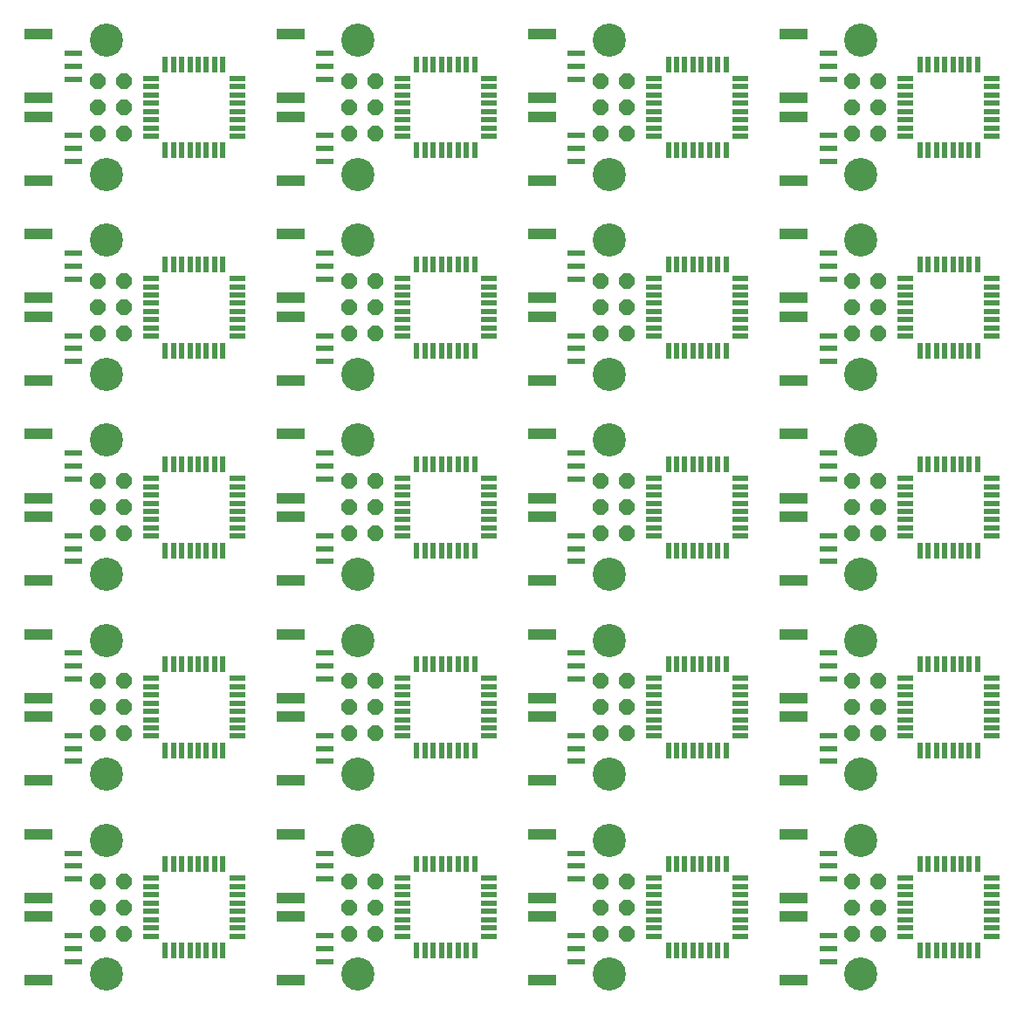
<source format=gbr>
G04 EAGLE Gerber RS-274X export*
G75*
%MOMM*%
%FSLAX34Y34*%
%LPD*%
%INSoldermask Bottom*%
%IPPOS*%
%AMOC8*
5,1,8,0,0,1.08239X$1,22.5*%
G01*
%ADD10R,1.700000X0.600000*%
%ADD11R,2.800000X1.000000*%
%ADD12P,1.649562X8X112.500000*%
%ADD13R,1.599800X0.547100*%
%ADD14R,0.547100X1.599800*%
%ADD15C,3.216000*%


D10*
X60000Y44500D03*
X60000Y57000D03*
D11*
X26500Y88000D03*
X26500Y26000D03*
D10*
X60000Y69500D03*
X60000Y124500D03*
X60000Y137000D03*
D11*
X26500Y168000D03*
X26500Y106000D03*
D10*
X60000Y149500D03*
D12*
X83300Y71600D03*
X108700Y71600D03*
X83300Y97000D03*
X108700Y97000D03*
X83300Y122400D03*
X108700Y122400D03*
D13*
X218813Y125000D03*
X218813Y117000D03*
X218813Y109000D03*
X218813Y101000D03*
X218813Y93000D03*
X218813Y85000D03*
X218813Y77000D03*
X218813Y69000D03*
D14*
X205000Y55187D03*
X197000Y55187D03*
X189000Y55187D03*
X181000Y55187D03*
X173000Y55187D03*
X165000Y55187D03*
X157000Y55187D03*
X149000Y55187D03*
D13*
X135187Y69000D03*
X135187Y77000D03*
X135187Y85000D03*
X135187Y93000D03*
X135187Y101000D03*
X135187Y109000D03*
X135187Y117000D03*
X135187Y125000D03*
D14*
X149000Y138813D03*
X157000Y138813D03*
X165000Y138813D03*
X173000Y138813D03*
X181000Y138813D03*
X189000Y138813D03*
X197000Y138813D03*
X205000Y138813D03*
D10*
X304000Y44500D03*
X304000Y57000D03*
D11*
X270500Y88000D03*
X270500Y26000D03*
D10*
X304000Y69500D03*
X304000Y124500D03*
X304000Y137000D03*
D11*
X270500Y168000D03*
X270500Y106000D03*
D10*
X304000Y149500D03*
D12*
X327300Y71600D03*
X352700Y71600D03*
X327300Y97000D03*
X352700Y97000D03*
X327300Y122400D03*
X352700Y122400D03*
D13*
X462813Y125000D03*
X462813Y117000D03*
X462813Y109000D03*
X462813Y101000D03*
X462813Y93000D03*
X462813Y85000D03*
X462813Y77000D03*
X462813Y69000D03*
D14*
X449000Y55187D03*
X441000Y55187D03*
X433000Y55187D03*
X425000Y55187D03*
X417000Y55187D03*
X409000Y55187D03*
X401000Y55187D03*
X393000Y55187D03*
D13*
X379187Y69000D03*
X379187Y77000D03*
X379187Y85000D03*
X379187Y93000D03*
X379187Y101000D03*
X379187Y109000D03*
X379187Y117000D03*
X379187Y125000D03*
D14*
X393000Y138813D03*
X401000Y138813D03*
X409000Y138813D03*
X417000Y138813D03*
X425000Y138813D03*
X433000Y138813D03*
X441000Y138813D03*
X449000Y138813D03*
D10*
X548000Y44500D03*
X548000Y57000D03*
D11*
X514500Y88000D03*
X514500Y26000D03*
D10*
X548000Y69500D03*
X548000Y124500D03*
X548000Y137000D03*
D11*
X514500Y168000D03*
X514500Y106000D03*
D10*
X548000Y149500D03*
D12*
X571300Y71600D03*
X596700Y71600D03*
X571300Y97000D03*
X596700Y97000D03*
X571300Y122400D03*
X596700Y122400D03*
D13*
X706813Y125000D03*
X706813Y117000D03*
X706813Y109000D03*
X706813Y101000D03*
X706813Y93000D03*
X706813Y85000D03*
X706813Y77000D03*
X706813Y69000D03*
D14*
X693000Y55187D03*
X685000Y55187D03*
X677000Y55187D03*
X669000Y55187D03*
X661000Y55187D03*
X653000Y55187D03*
X645000Y55187D03*
X637000Y55187D03*
D13*
X623187Y69000D03*
X623187Y77000D03*
X623187Y85000D03*
X623187Y93000D03*
X623187Y101000D03*
X623187Y109000D03*
X623187Y117000D03*
X623187Y125000D03*
D14*
X637000Y138813D03*
X645000Y138813D03*
X653000Y138813D03*
X661000Y138813D03*
X669000Y138813D03*
X677000Y138813D03*
X685000Y138813D03*
X693000Y138813D03*
D10*
X792000Y44500D03*
X792000Y57000D03*
D11*
X758500Y88000D03*
X758500Y26000D03*
D10*
X792000Y69500D03*
X792000Y124500D03*
X792000Y137000D03*
D11*
X758500Y168000D03*
X758500Y106000D03*
D10*
X792000Y149500D03*
D12*
X815300Y71600D03*
X840700Y71600D03*
X815300Y97000D03*
X840700Y97000D03*
X815300Y122400D03*
X840700Y122400D03*
D13*
X950813Y125000D03*
X950813Y117000D03*
X950813Y109000D03*
X950813Y101000D03*
X950813Y93000D03*
X950813Y85000D03*
X950813Y77000D03*
X950813Y69000D03*
D14*
X937000Y55187D03*
X929000Y55187D03*
X921000Y55187D03*
X913000Y55187D03*
X905000Y55187D03*
X897000Y55187D03*
X889000Y55187D03*
X881000Y55187D03*
D13*
X867187Y69000D03*
X867187Y77000D03*
X867187Y85000D03*
X867187Y93000D03*
X867187Y101000D03*
X867187Y109000D03*
X867187Y117000D03*
X867187Y125000D03*
D14*
X881000Y138813D03*
X889000Y138813D03*
X897000Y138813D03*
X905000Y138813D03*
X913000Y138813D03*
X921000Y138813D03*
X929000Y138813D03*
X937000Y138813D03*
D10*
X60000Y238500D03*
X60000Y251000D03*
D11*
X26500Y282000D03*
X26500Y220000D03*
D10*
X60000Y263500D03*
X60000Y318500D03*
X60000Y331000D03*
D11*
X26500Y362000D03*
X26500Y300000D03*
D10*
X60000Y343500D03*
D12*
X83300Y265600D03*
X108700Y265600D03*
X83300Y291000D03*
X108700Y291000D03*
X83300Y316400D03*
X108700Y316400D03*
D13*
X218813Y319000D03*
X218813Y311000D03*
X218813Y303000D03*
X218813Y295000D03*
X218813Y287000D03*
X218813Y279000D03*
X218813Y271000D03*
X218813Y263000D03*
D14*
X205000Y249187D03*
X197000Y249187D03*
X189000Y249187D03*
X181000Y249187D03*
X173000Y249187D03*
X165000Y249187D03*
X157000Y249187D03*
X149000Y249187D03*
D13*
X135187Y263000D03*
X135187Y271000D03*
X135187Y279000D03*
X135187Y287000D03*
X135187Y295000D03*
X135187Y303000D03*
X135187Y311000D03*
X135187Y319000D03*
D14*
X149000Y332813D03*
X157000Y332813D03*
X165000Y332813D03*
X173000Y332813D03*
X181000Y332813D03*
X189000Y332813D03*
X197000Y332813D03*
X205000Y332813D03*
D10*
X304000Y238500D03*
X304000Y251000D03*
D11*
X270500Y282000D03*
X270500Y220000D03*
D10*
X304000Y263500D03*
X304000Y318500D03*
X304000Y331000D03*
D11*
X270500Y362000D03*
X270500Y300000D03*
D10*
X304000Y343500D03*
D12*
X327300Y265600D03*
X352700Y265600D03*
X327300Y291000D03*
X352700Y291000D03*
X327300Y316400D03*
X352700Y316400D03*
D13*
X462813Y319000D03*
X462813Y311000D03*
X462813Y303000D03*
X462813Y295000D03*
X462813Y287000D03*
X462813Y279000D03*
X462813Y271000D03*
X462813Y263000D03*
D14*
X449000Y249187D03*
X441000Y249187D03*
X433000Y249187D03*
X425000Y249187D03*
X417000Y249187D03*
X409000Y249187D03*
X401000Y249187D03*
X393000Y249187D03*
D13*
X379187Y263000D03*
X379187Y271000D03*
X379187Y279000D03*
X379187Y287000D03*
X379187Y295000D03*
X379187Y303000D03*
X379187Y311000D03*
X379187Y319000D03*
D14*
X393000Y332813D03*
X401000Y332813D03*
X409000Y332813D03*
X417000Y332813D03*
X425000Y332813D03*
X433000Y332813D03*
X441000Y332813D03*
X449000Y332813D03*
D10*
X548000Y238500D03*
X548000Y251000D03*
D11*
X514500Y282000D03*
X514500Y220000D03*
D10*
X548000Y263500D03*
X548000Y318500D03*
X548000Y331000D03*
D11*
X514500Y362000D03*
X514500Y300000D03*
D10*
X548000Y343500D03*
D12*
X571300Y265600D03*
X596700Y265600D03*
X571300Y291000D03*
X596700Y291000D03*
X571300Y316400D03*
X596700Y316400D03*
D13*
X706813Y319000D03*
X706813Y311000D03*
X706813Y303000D03*
X706813Y295000D03*
X706813Y287000D03*
X706813Y279000D03*
X706813Y271000D03*
X706813Y263000D03*
D14*
X693000Y249187D03*
X685000Y249187D03*
X677000Y249187D03*
X669000Y249187D03*
X661000Y249187D03*
X653000Y249187D03*
X645000Y249187D03*
X637000Y249187D03*
D13*
X623187Y263000D03*
X623187Y271000D03*
X623187Y279000D03*
X623187Y287000D03*
X623187Y295000D03*
X623187Y303000D03*
X623187Y311000D03*
X623187Y319000D03*
D14*
X637000Y332813D03*
X645000Y332813D03*
X653000Y332813D03*
X661000Y332813D03*
X669000Y332813D03*
X677000Y332813D03*
X685000Y332813D03*
X693000Y332813D03*
D10*
X792000Y238500D03*
X792000Y251000D03*
D11*
X758500Y282000D03*
X758500Y220000D03*
D10*
X792000Y263500D03*
X792000Y318500D03*
X792000Y331000D03*
D11*
X758500Y362000D03*
X758500Y300000D03*
D10*
X792000Y343500D03*
D12*
X815300Y265600D03*
X840700Y265600D03*
X815300Y291000D03*
X840700Y291000D03*
X815300Y316400D03*
X840700Y316400D03*
D13*
X950813Y319000D03*
X950813Y311000D03*
X950813Y303000D03*
X950813Y295000D03*
X950813Y287000D03*
X950813Y279000D03*
X950813Y271000D03*
X950813Y263000D03*
D14*
X937000Y249187D03*
X929000Y249187D03*
X921000Y249187D03*
X913000Y249187D03*
X905000Y249187D03*
X897000Y249187D03*
X889000Y249187D03*
X881000Y249187D03*
D13*
X867187Y263000D03*
X867187Y271000D03*
X867187Y279000D03*
X867187Y287000D03*
X867187Y295000D03*
X867187Y303000D03*
X867187Y311000D03*
X867187Y319000D03*
D14*
X881000Y332813D03*
X889000Y332813D03*
X897000Y332813D03*
X905000Y332813D03*
X913000Y332813D03*
X921000Y332813D03*
X929000Y332813D03*
X937000Y332813D03*
D10*
X60000Y432500D03*
X60000Y445000D03*
D11*
X26500Y476000D03*
X26500Y414000D03*
D10*
X60000Y457500D03*
X60000Y512500D03*
X60000Y525000D03*
D11*
X26500Y556000D03*
X26500Y494000D03*
D10*
X60000Y537500D03*
D12*
X83300Y459600D03*
X108700Y459600D03*
X83300Y485000D03*
X108700Y485000D03*
X83300Y510400D03*
X108700Y510400D03*
D13*
X218813Y513000D03*
X218813Y505000D03*
X218813Y497000D03*
X218813Y489000D03*
X218813Y481000D03*
X218813Y473000D03*
X218813Y465000D03*
X218813Y457000D03*
D14*
X205000Y443187D03*
X197000Y443187D03*
X189000Y443187D03*
X181000Y443187D03*
X173000Y443187D03*
X165000Y443187D03*
X157000Y443187D03*
X149000Y443187D03*
D13*
X135187Y457000D03*
X135187Y465000D03*
X135187Y473000D03*
X135187Y481000D03*
X135187Y489000D03*
X135187Y497000D03*
X135187Y505000D03*
X135187Y513000D03*
D14*
X149000Y526813D03*
X157000Y526813D03*
X165000Y526813D03*
X173000Y526813D03*
X181000Y526813D03*
X189000Y526813D03*
X197000Y526813D03*
X205000Y526813D03*
D10*
X304000Y432500D03*
X304000Y445000D03*
D11*
X270500Y476000D03*
X270500Y414000D03*
D10*
X304000Y457500D03*
X304000Y512500D03*
X304000Y525000D03*
D11*
X270500Y556000D03*
X270500Y494000D03*
D10*
X304000Y537500D03*
D12*
X327300Y459600D03*
X352700Y459600D03*
X327300Y485000D03*
X352700Y485000D03*
X327300Y510400D03*
X352700Y510400D03*
D13*
X462813Y513000D03*
X462813Y505000D03*
X462813Y497000D03*
X462813Y489000D03*
X462813Y481000D03*
X462813Y473000D03*
X462813Y465000D03*
X462813Y457000D03*
D14*
X449000Y443187D03*
X441000Y443187D03*
X433000Y443187D03*
X425000Y443187D03*
X417000Y443187D03*
X409000Y443187D03*
X401000Y443187D03*
X393000Y443187D03*
D13*
X379187Y457000D03*
X379187Y465000D03*
X379187Y473000D03*
X379187Y481000D03*
X379187Y489000D03*
X379187Y497000D03*
X379187Y505000D03*
X379187Y513000D03*
D14*
X393000Y526813D03*
X401000Y526813D03*
X409000Y526813D03*
X417000Y526813D03*
X425000Y526813D03*
X433000Y526813D03*
X441000Y526813D03*
X449000Y526813D03*
D10*
X548000Y432500D03*
X548000Y445000D03*
D11*
X514500Y476000D03*
X514500Y414000D03*
D10*
X548000Y457500D03*
X548000Y512500D03*
X548000Y525000D03*
D11*
X514500Y556000D03*
X514500Y494000D03*
D10*
X548000Y537500D03*
D12*
X571300Y459600D03*
X596700Y459600D03*
X571300Y485000D03*
X596700Y485000D03*
X571300Y510400D03*
X596700Y510400D03*
D13*
X706813Y513000D03*
X706813Y505000D03*
X706813Y497000D03*
X706813Y489000D03*
X706813Y481000D03*
X706813Y473000D03*
X706813Y465000D03*
X706813Y457000D03*
D14*
X693000Y443187D03*
X685000Y443187D03*
X677000Y443187D03*
X669000Y443187D03*
X661000Y443187D03*
X653000Y443187D03*
X645000Y443187D03*
X637000Y443187D03*
D13*
X623187Y457000D03*
X623187Y465000D03*
X623187Y473000D03*
X623187Y481000D03*
X623187Y489000D03*
X623187Y497000D03*
X623187Y505000D03*
X623187Y513000D03*
D14*
X637000Y526813D03*
X645000Y526813D03*
X653000Y526813D03*
X661000Y526813D03*
X669000Y526813D03*
X677000Y526813D03*
X685000Y526813D03*
X693000Y526813D03*
D10*
X792000Y432500D03*
X792000Y445000D03*
D11*
X758500Y476000D03*
X758500Y414000D03*
D10*
X792000Y457500D03*
X792000Y512500D03*
X792000Y525000D03*
D11*
X758500Y556000D03*
X758500Y494000D03*
D10*
X792000Y537500D03*
D12*
X815300Y459600D03*
X840700Y459600D03*
X815300Y485000D03*
X840700Y485000D03*
X815300Y510400D03*
X840700Y510400D03*
D13*
X950813Y513000D03*
X950813Y505000D03*
X950813Y497000D03*
X950813Y489000D03*
X950813Y481000D03*
X950813Y473000D03*
X950813Y465000D03*
X950813Y457000D03*
D14*
X937000Y443187D03*
X929000Y443187D03*
X921000Y443187D03*
X913000Y443187D03*
X905000Y443187D03*
X897000Y443187D03*
X889000Y443187D03*
X881000Y443187D03*
D13*
X867187Y457000D03*
X867187Y465000D03*
X867187Y473000D03*
X867187Y481000D03*
X867187Y489000D03*
X867187Y497000D03*
X867187Y505000D03*
X867187Y513000D03*
D14*
X881000Y526813D03*
X889000Y526813D03*
X897000Y526813D03*
X905000Y526813D03*
X913000Y526813D03*
X921000Y526813D03*
X929000Y526813D03*
X937000Y526813D03*
D10*
X60000Y626500D03*
X60000Y639000D03*
D11*
X26500Y670000D03*
X26500Y608000D03*
D10*
X60000Y651500D03*
X60000Y706500D03*
X60000Y719000D03*
D11*
X26500Y750000D03*
X26500Y688000D03*
D10*
X60000Y731500D03*
D12*
X83300Y653600D03*
X108700Y653600D03*
X83300Y679000D03*
X108700Y679000D03*
X83300Y704400D03*
X108700Y704400D03*
D13*
X218813Y707000D03*
X218813Y699000D03*
X218813Y691000D03*
X218813Y683000D03*
X218813Y675000D03*
X218813Y667000D03*
X218813Y659000D03*
X218813Y651000D03*
D14*
X205000Y637187D03*
X197000Y637187D03*
X189000Y637187D03*
X181000Y637187D03*
X173000Y637187D03*
X165000Y637187D03*
X157000Y637187D03*
X149000Y637187D03*
D13*
X135187Y651000D03*
X135187Y659000D03*
X135187Y667000D03*
X135187Y675000D03*
X135187Y683000D03*
X135187Y691000D03*
X135187Y699000D03*
X135187Y707000D03*
D14*
X149000Y720813D03*
X157000Y720813D03*
X165000Y720813D03*
X173000Y720813D03*
X181000Y720813D03*
X189000Y720813D03*
X197000Y720813D03*
X205000Y720813D03*
D10*
X304000Y626500D03*
X304000Y639000D03*
D11*
X270500Y670000D03*
X270500Y608000D03*
D10*
X304000Y651500D03*
X304000Y706500D03*
X304000Y719000D03*
D11*
X270500Y750000D03*
X270500Y688000D03*
D10*
X304000Y731500D03*
D12*
X327300Y653600D03*
X352700Y653600D03*
X327300Y679000D03*
X352700Y679000D03*
X327300Y704400D03*
X352700Y704400D03*
D13*
X462813Y707000D03*
X462813Y699000D03*
X462813Y691000D03*
X462813Y683000D03*
X462813Y675000D03*
X462813Y667000D03*
X462813Y659000D03*
X462813Y651000D03*
D14*
X449000Y637187D03*
X441000Y637187D03*
X433000Y637187D03*
X425000Y637187D03*
X417000Y637187D03*
X409000Y637187D03*
X401000Y637187D03*
X393000Y637187D03*
D13*
X379187Y651000D03*
X379187Y659000D03*
X379187Y667000D03*
X379187Y675000D03*
X379187Y683000D03*
X379187Y691000D03*
X379187Y699000D03*
X379187Y707000D03*
D14*
X393000Y720813D03*
X401000Y720813D03*
X409000Y720813D03*
X417000Y720813D03*
X425000Y720813D03*
X433000Y720813D03*
X441000Y720813D03*
X449000Y720813D03*
D10*
X548000Y626500D03*
X548000Y639000D03*
D11*
X514500Y670000D03*
X514500Y608000D03*
D10*
X548000Y651500D03*
X548000Y706500D03*
X548000Y719000D03*
D11*
X514500Y750000D03*
X514500Y688000D03*
D10*
X548000Y731500D03*
D12*
X571300Y653600D03*
X596700Y653600D03*
X571300Y679000D03*
X596700Y679000D03*
X571300Y704400D03*
X596700Y704400D03*
D13*
X706813Y707000D03*
X706813Y699000D03*
X706813Y691000D03*
X706813Y683000D03*
X706813Y675000D03*
X706813Y667000D03*
X706813Y659000D03*
X706813Y651000D03*
D14*
X693000Y637187D03*
X685000Y637187D03*
X677000Y637187D03*
X669000Y637187D03*
X661000Y637187D03*
X653000Y637187D03*
X645000Y637187D03*
X637000Y637187D03*
D13*
X623187Y651000D03*
X623187Y659000D03*
X623187Y667000D03*
X623187Y675000D03*
X623187Y683000D03*
X623187Y691000D03*
X623187Y699000D03*
X623187Y707000D03*
D14*
X637000Y720813D03*
X645000Y720813D03*
X653000Y720813D03*
X661000Y720813D03*
X669000Y720813D03*
X677000Y720813D03*
X685000Y720813D03*
X693000Y720813D03*
D10*
X792000Y626500D03*
X792000Y639000D03*
D11*
X758500Y670000D03*
X758500Y608000D03*
D10*
X792000Y651500D03*
X792000Y706500D03*
X792000Y719000D03*
D11*
X758500Y750000D03*
X758500Y688000D03*
D10*
X792000Y731500D03*
D12*
X815300Y653600D03*
X840700Y653600D03*
X815300Y679000D03*
X840700Y679000D03*
X815300Y704400D03*
X840700Y704400D03*
D13*
X950813Y707000D03*
X950813Y699000D03*
X950813Y691000D03*
X950813Y683000D03*
X950813Y675000D03*
X950813Y667000D03*
X950813Y659000D03*
X950813Y651000D03*
D14*
X937000Y637187D03*
X929000Y637187D03*
X921000Y637187D03*
X913000Y637187D03*
X905000Y637187D03*
X897000Y637187D03*
X889000Y637187D03*
X881000Y637187D03*
D13*
X867187Y651000D03*
X867187Y659000D03*
X867187Y667000D03*
X867187Y675000D03*
X867187Y683000D03*
X867187Y691000D03*
X867187Y699000D03*
X867187Y707000D03*
D14*
X881000Y720813D03*
X889000Y720813D03*
X897000Y720813D03*
X905000Y720813D03*
X913000Y720813D03*
X921000Y720813D03*
X929000Y720813D03*
X937000Y720813D03*
D10*
X60000Y820500D03*
X60000Y833000D03*
D11*
X26500Y864000D03*
X26500Y802000D03*
D10*
X60000Y845500D03*
X60000Y900500D03*
X60000Y913000D03*
D11*
X26500Y944000D03*
X26500Y882000D03*
D10*
X60000Y925500D03*
D12*
X83300Y847600D03*
X108700Y847600D03*
X83300Y873000D03*
X108700Y873000D03*
X83300Y898400D03*
X108700Y898400D03*
D13*
X218813Y901000D03*
X218813Y893000D03*
X218813Y885000D03*
X218813Y877000D03*
X218813Y869000D03*
X218813Y861000D03*
X218813Y853000D03*
X218813Y845000D03*
D14*
X205000Y831187D03*
X197000Y831187D03*
X189000Y831187D03*
X181000Y831187D03*
X173000Y831187D03*
X165000Y831187D03*
X157000Y831187D03*
X149000Y831187D03*
D13*
X135187Y845000D03*
X135187Y853000D03*
X135187Y861000D03*
X135187Y869000D03*
X135187Y877000D03*
X135187Y885000D03*
X135187Y893000D03*
X135187Y901000D03*
D14*
X149000Y914813D03*
X157000Y914813D03*
X165000Y914813D03*
X173000Y914813D03*
X181000Y914813D03*
X189000Y914813D03*
X197000Y914813D03*
X205000Y914813D03*
D10*
X304000Y820500D03*
X304000Y833000D03*
D11*
X270500Y864000D03*
X270500Y802000D03*
D10*
X304000Y845500D03*
X304000Y900500D03*
X304000Y913000D03*
D11*
X270500Y944000D03*
X270500Y882000D03*
D10*
X304000Y925500D03*
D12*
X327300Y847600D03*
X352700Y847600D03*
X327300Y873000D03*
X352700Y873000D03*
X327300Y898400D03*
X352700Y898400D03*
D13*
X462813Y901000D03*
X462813Y893000D03*
X462813Y885000D03*
X462813Y877000D03*
X462813Y869000D03*
X462813Y861000D03*
X462813Y853000D03*
X462813Y845000D03*
D14*
X449000Y831187D03*
X441000Y831187D03*
X433000Y831187D03*
X425000Y831187D03*
X417000Y831187D03*
X409000Y831187D03*
X401000Y831187D03*
X393000Y831187D03*
D13*
X379187Y845000D03*
X379187Y853000D03*
X379187Y861000D03*
X379187Y869000D03*
X379187Y877000D03*
X379187Y885000D03*
X379187Y893000D03*
X379187Y901000D03*
D14*
X393000Y914813D03*
X401000Y914813D03*
X409000Y914813D03*
X417000Y914813D03*
X425000Y914813D03*
X433000Y914813D03*
X441000Y914813D03*
X449000Y914813D03*
D10*
X548000Y820500D03*
X548000Y833000D03*
D11*
X514500Y864000D03*
X514500Y802000D03*
D10*
X548000Y845500D03*
X548000Y900500D03*
X548000Y913000D03*
D11*
X514500Y944000D03*
X514500Y882000D03*
D10*
X548000Y925500D03*
D12*
X571300Y847600D03*
X596700Y847600D03*
X571300Y873000D03*
X596700Y873000D03*
X571300Y898400D03*
X596700Y898400D03*
D13*
X706813Y901000D03*
X706813Y893000D03*
X706813Y885000D03*
X706813Y877000D03*
X706813Y869000D03*
X706813Y861000D03*
X706813Y853000D03*
X706813Y845000D03*
D14*
X693000Y831187D03*
X685000Y831187D03*
X677000Y831187D03*
X669000Y831187D03*
X661000Y831187D03*
X653000Y831187D03*
X645000Y831187D03*
X637000Y831187D03*
D13*
X623187Y845000D03*
X623187Y853000D03*
X623187Y861000D03*
X623187Y869000D03*
X623187Y877000D03*
X623187Y885000D03*
X623187Y893000D03*
X623187Y901000D03*
D14*
X637000Y914813D03*
X645000Y914813D03*
X653000Y914813D03*
X661000Y914813D03*
X669000Y914813D03*
X677000Y914813D03*
X685000Y914813D03*
X693000Y914813D03*
D10*
X792000Y820500D03*
X792000Y833000D03*
D11*
X758500Y864000D03*
X758500Y802000D03*
D10*
X792000Y845500D03*
X792000Y900500D03*
X792000Y913000D03*
D11*
X758500Y944000D03*
X758500Y882000D03*
D10*
X792000Y925500D03*
D12*
X815300Y847600D03*
X840700Y847600D03*
X815300Y873000D03*
X840700Y873000D03*
X815300Y898400D03*
X840700Y898400D03*
D13*
X950813Y901000D03*
X950813Y893000D03*
X950813Y885000D03*
X950813Y877000D03*
X950813Y869000D03*
X950813Y861000D03*
X950813Y853000D03*
X950813Y845000D03*
D14*
X937000Y831187D03*
X929000Y831187D03*
X921000Y831187D03*
X913000Y831187D03*
X905000Y831187D03*
X897000Y831187D03*
X889000Y831187D03*
X881000Y831187D03*
D13*
X867187Y845000D03*
X867187Y853000D03*
X867187Y861000D03*
X867187Y869000D03*
X867187Y877000D03*
X867187Y885000D03*
X867187Y893000D03*
X867187Y901000D03*
D14*
X881000Y914813D03*
X889000Y914813D03*
X897000Y914813D03*
X905000Y914813D03*
X913000Y914813D03*
X921000Y914813D03*
X929000Y914813D03*
X937000Y914813D03*
D15*
X92000Y162000D03*
X92000Y32000D03*
X336000Y162000D03*
X336000Y32000D03*
X580000Y162000D03*
X580000Y32000D03*
X824000Y162000D03*
X824000Y32000D03*
X92000Y356000D03*
X92000Y226000D03*
X336000Y356000D03*
X336000Y226000D03*
X580000Y356000D03*
X580000Y226000D03*
X824000Y356000D03*
X824000Y226000D03*
X92000Y550000D03*
X92000Y420000D03*
X336000Y550000D03*
X336000Y420000D03*
X580000Y550000D03*
X580000Y420000D03*
X824000Y550000D03*
X824000Y420000D03*
X92000Y744000D03*
X92000Y614000D03*
X336000Y744000D03*
X336000Y614000D03*
X580000Y744000D03*
X580000Y614000D03*
X824000Y744000D03*
X824000Y614000D03*
X92000Y938000D03*
X92000Y808000D03*
X336000Y938000D03*
X336000Y808000D03*
X580000Y938000D03*
X580000Y808000D03*
X824000Y938000D03*
X824000Y808000D03*
M02*

</source>
